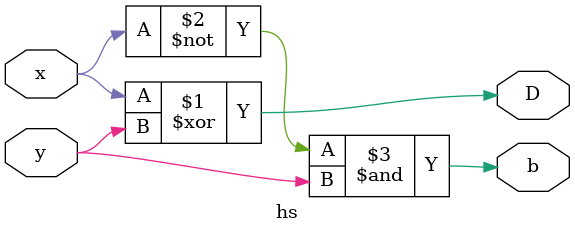
<source format=v>
`timescale 1ns / 1ps

module hs(
    input x, y,
    output D, b
    );

    assign D = x^y;
    assign b = ~x&y;

endmodule
</source>
